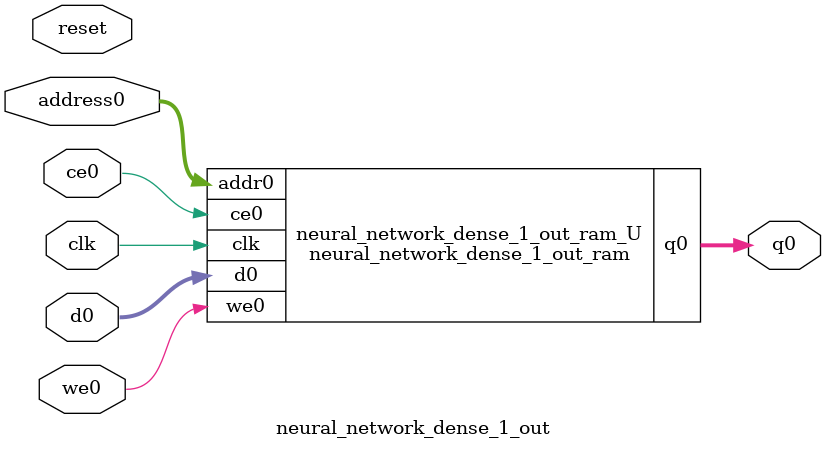
<source format=v>

`timescale 1 ns / 1 ps
module neural_network_dense_1_out_ram (addr0, ce0, d0, we0, q0,  clk);

parameter DWIDTH = 32;
parameter AWIDTH = 7;
parameter MEM_SIZE = 128;

input[AWIDTH-1:0] addr0;
input ce0;
input[DWIDTH-1:0] d0;
input we0;
output reg[DWIDTH-1:0] q0;
input clk;

(* ram_style = "block" *)reg [DWIDTH-1:0] ram[MEM_SIZE-1:0];




always @(posedge clk)  
begin 
    if (ce0) 
    begin
        if (we0) 
        begin 
            ram[addr0] <= d0; 
            q0 <= d0;
        end 
        else 
            q0 <= ram[addr0];
    end
end


endmodule


`timescale 1 ns / 1 ps
module neural_network_dense_1_out(
    reset,
    clk,
    address0,
    ce0,
    we0,
    d0,
    q0);

parameter DataWidth = 32'd32;
parameter AddressRange = 32'd128;
parameter AddressWidth = 32'd7;
input reset;
input clk;
input[AddressWidth - 1:0] address0;
input ce0;
input we0;
input[DataWidth - 1:0] d0;
output[DataWidth - 1:0] q0;




neural_network_dense_1_out_ram neural_network_dense_1_out_ram_U(
    .clk( clk ),
    .addr0( address0 ),
    .ce0( ce0 ),
    .d0( d0 ),
    .we0( we0 ),
    .q0( q0 ));

endmodule


</source>
